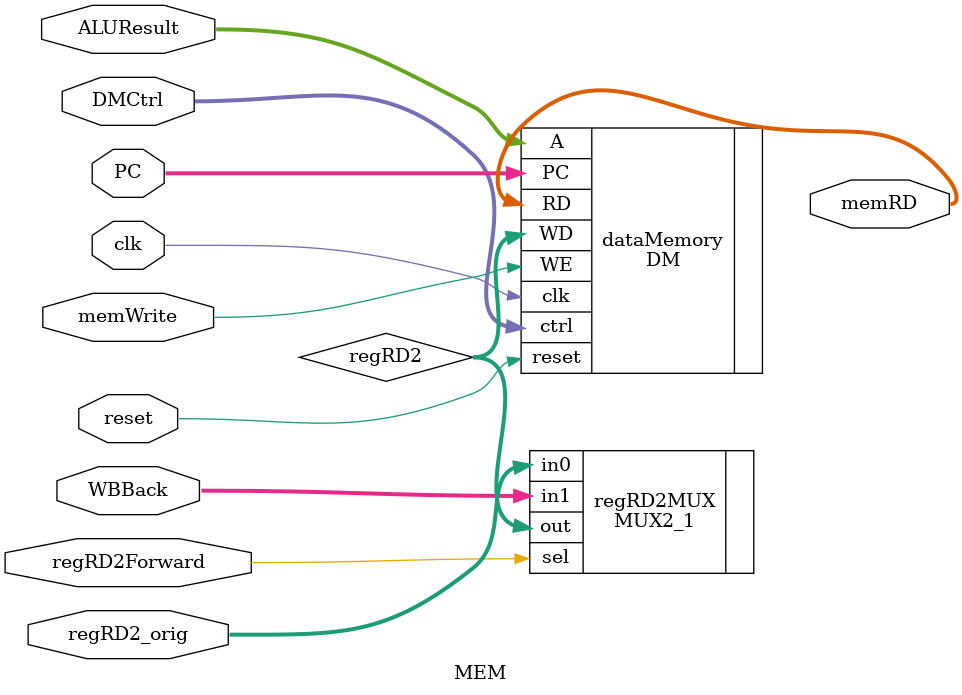
<source format=v>
`timescale 1ns / 1ps

module MEM (
    input clk,
    input reset,

    input [31:0] ALUResult,
    input [31:0] regRD2_orig,
    input [31:0] PC,
    input [31:0] WBBack,
    
    input memWrite,
    input [2:0] DMCtrl,
    input regRD2Forward,

    output [31:0] memRD
);

    wire [31:0] regRD2;

    MUX2_1 #(.BITS(32)) regRD2MUX (
        .sel(regRD2Forward),
        .in0(regRD2_orig),
        .in1(WBBack),
        .out(regRD2)
    );

    DM dataMemory (
        .clk(clk),
        .reset(reset),
        .WE(memWrite),
        .A(ALUResult),
        .ctrl(DMCtrl),
        .WD(regRD2),
        .PC(PC),
        .RD(memRD)
    );

endmodule
</source>
